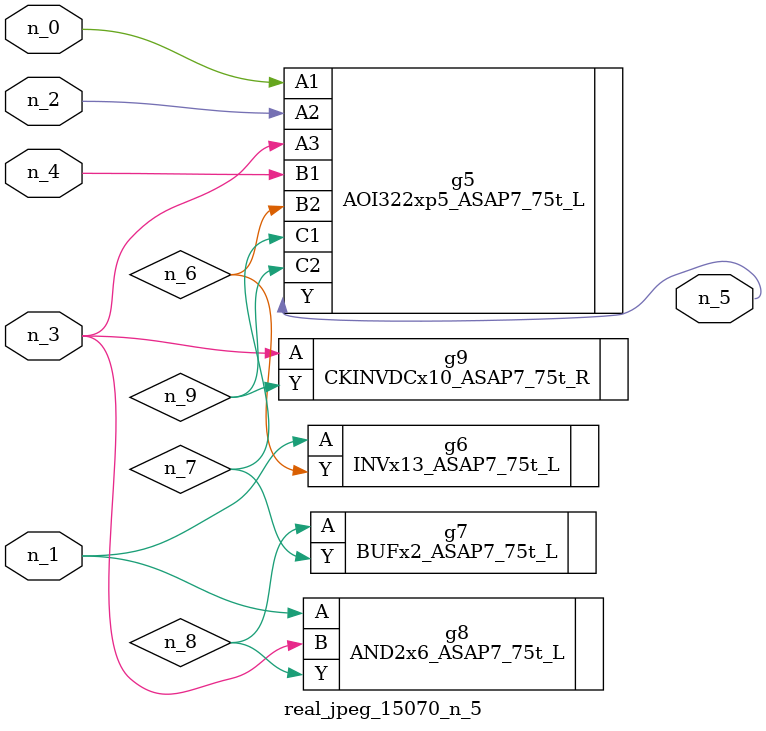
<source format=v>
module real_jpeg_15070_n_5 (n_4, n_0, n_1, n_2, n_3, n_5);

input n_4;
input n_0;
input n_1;
input n_2;
input n_3;

output n_5;

wire n_8;
wire n_6;
wire n_7;
wire n_9;

AOI322xp5_ASAP7_75t_L g5 ( 
.A1(n_0),
.A2(n_2),
.A3(n_3),
.B1(n_4),
.B2(n_6),
.C1(n_7),
.C2(n_9),
.Y(n_5)
);

INVx13_ASAP7_75t_L g6 ( 
.A(n_1),
.Y(n_6)
);

AND2x6_ASAP7_75t_L g8 ( 
.A(n_1),
.B(n_3),
.Y(n_8)
);

CKINVDCx10_ASAP7_75t_R g9 ( 
.A(n_3),
.Y(n_9)
);

BUFx2_ASAP7_75t_L g7 ( 
.A(n_8),
.Y(n_7)
);


endmodule
</source>
